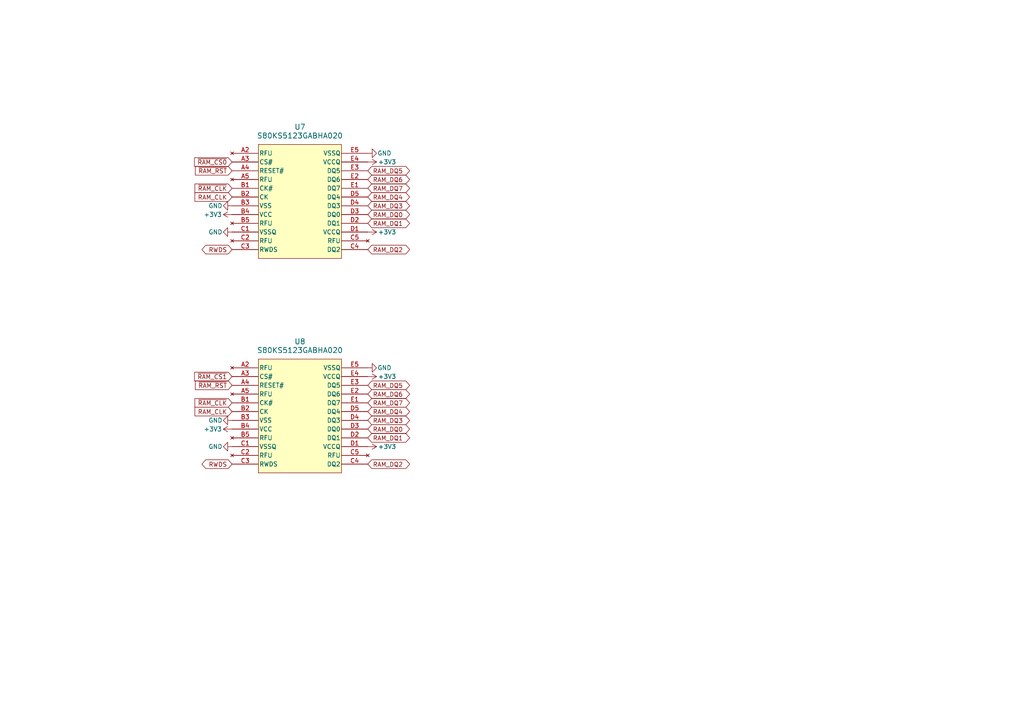
<source format=kicad_sch>
(kicad_sch (version 20231120) (generator "eeschema") (generator_version "8.0")
  (paper "A4")
  (lib_symbols
    (symbol "ESP32-PRO_Rev_B1:GND" (power) (pin_names (offset 0))
      (property "Value" "GND" (at 0 -3.81 0))
      (symbol "GND_0_1"
        (polyline (pts (xy 0 0) (xy 0 -1.27) (xy 1.27 -1.27) (xy 0 -2.54) (xy -1.27 -1.27) (xy 0 -1.27)))
      )
      (symbol "GND_1_1"
        (pin power_in line (at 0 0 270) (length 0) hide (name "GND") (number "1"))
      )
    )
    (symbol "Personal:S80KS5123GABHA020" (pin_names (offset 0.254))
      (property "Reference" "U" (at 22.86 10.16 0))
      (property "Value" "S80KS5123GABHA020" (at 22.86 7.62 0))
      (symbol "S80KS5123GABHA020_1_1"
        (rectangle (start 7.62 2.54) (end 31.75 -30.48) (fill (type background)))
        (pin no_connect line (at 0 0 0) (length 7.62) (name "RFU") (number "A2"))
        (pin input line (at 0 -2.54 0) (length 7.62) (name "CS#") (number "A3"))
        (pin input line (at 0 -5.08 0) (length 7.62) (name "RESET#") (number "A4"))
        (pin no_connect line (at 0 -7.62 0) (length 7.62) (name "RFU") (number "A5"))
        (pin input line (at 0 -10.16 0) (length 7.62) (name "CK#") (number "B1"))
        (pin input line (at 0 -12.7 0) (length 7.62) (name "CK") (number "B2"))
        (pin power_out line (at 0 -15.24 0) (length 7.62) (name "VSS") (number "B3"))
        (pin power_in line (at 0 -17.78 0) (length 7.62) (name "VCC") (number "B4"))
        (pin no_connect line (at 0 -20.32 0) (length 7.62) (name "RFU") (number "B5"))
        (pin power_out line (at 0 -22.86 0) (length 7.62) (name "VSSQ") (number "C1"))
        (pin no_connect line (at 0 -25.4 0) (length 7.62) (name "RFU") (number "C2"))
        (pin bidirectional line (at 0 -27.94 0) (length 7.62) (name "RWDS") (number "C3"))
        (pin bidirectional line (at 39.37 -27.94 180) (length 7.62) (name "DQ2") (number "C4"))
        (pin no_connect line (at 39.37 -25.4 180) (length 7.62) (name "RFU") (number "C5"))
        (pin power_in line (at 39.37 -22.86 180) (length 7.62) (name "VCCQ") (number "D1"))
        (pin bidirectional line (at 39.37 -20.32 180) (length 7.62) (name "DQ1") (number "D2"))
        (pin bidirectional line (at 39.37 -17.78 180) (length 7.62) (name "DQ0") (number "D3"))
        (pin bidirectional line (at 39.37 -15.24 180) (length 7.62) (name "DQ3") (number "D4"))
        (pin bidirectional line (at 39.37 -12.7 180) (length 7.62) (name "DQ4") (number "D5"))
        (pin bidirectional line (at 39.37 -10.16 180) (length 7.62) (name "DQ7") (number "E1"))
        (pin bidirectional line (at 39.37 -7.62 180) (length 7.62) (name "DQ6") (number "E2"))
        (pin bidirectional line (at 39.37 -5.08 180) (length 7.62) (name "DQ5") (number "E3"))
        (pin power_in line (at 39.37 -2.54 180) (length 7.62) (name "VCCQ") (number "E4"))
        (pin power_out line (at 39.37 0 180) (length 7.62) (name "VSSQ") (number "E5"))
      )
    )
    (symbol "power:+3V3" (power) (pin_names (offset 0))
      (property "Value" "+3V3" (at 0 3.556 0))
      (symbol "+3V3_0_1"
        (polyline (pts (xy -0.762 1.27) (xy 0 2.54)))
        (polyline (pts (xy 0 0) (xy 0 2.54)))
        (polyline (pts (xy 0 2.54) (xy 0.762 1.27)))
      )
      (symbol "+3V3_1_1"
        (pin power_in line (at 0 0 90) (length 0) hide (name "+3V3") (number "1"))
      )
    )
  )
  (global_label "~{RAM_CLK}" (shape input) (at 67.31 116.84 180) (property "Intersheetrefs" "${INTERSHEET_REFS}" (effects (hide yes))))
  (global_label "RAM_DQ5" (shape bidirectional) (at 106.68 49.53 0) (property "Intersheetrefs" "${INTERSHEET_REFS}" (effects (hide yes))))
  (global_label "RAM_DQ5" (shape bidirectional) (at 106.68 111.76 0) (property "Intersheetrefs" "${INTERSHEET_REFS}" (effects (hide yes))))
  (global_label "RAM_DQ7" (shape bidirectional) (at 106.68 116.84 0) (property "Intersheetrefs" "${INTERSHEET_REFS}" (effects (hide yes))))
  (global_label "RAM_DQ0" (shape bidirectional) (at 106.68 62.23 0) (property "Intersheetrefs" "${INTERSHEET_REFS}" (effects (hide yes))))
  (global_label "RAM_DQ2" (shape bidirectional) (at 106.68 72.39 0) (property "Intersheetrefs" "${INTERSHEET_REFS}" (effects (hide yes))))
  (global_label "RAM_CLK" (shape input) (at 67.31 57.15 180) (property "Intersheetrefs" "${INTERSHEET_REFS}" (effects (hide yes))))
  (global_label "RAM_DQ7" (shape bidirectional) (at 106.68 54.61 0) (property "Intersheetrefs" "${INTERSHEET_REFS}" (effects (hide yes))))
  (global_label "~{RAM_RST}" (shape input) (at 67.31 111.76 180) (property "Intersheetrefs" "${INTERSHEET_REFS}" (effects (hide yes))))
  (global_label "RAM_DQ0" (shape bidirectional) (at 106.68 124.46 0) (property "Intersheetrefs" "${INTERSHEET_REFS}" (effects (hide yes))))
  (global_label "RWDS" (shape bidirectional) (at 67.31 134.62 180) (property "Intersheetrefs" "${INTERSHEET_REFS}" (effects (hide yes))))
  (global_label "RAM_DQ3" (shape bidirectional) (at 106.68 121.92 0) (property "Intersheetrefs" "${INTERSHEET_REFS}" (effects (hide yes))))
  (global_label "RAM_DQ1" (shape bidirectional) (at 106.68 127 0) (property "Intersheetrefs" "${INTERSHEET_REFS}" (effects (hide yes))))
  (global_label "RAM_CLK" (shape input) (at 67.31 119.38 180) (property "Intersheetrefs" "${INTERSHEET_REFS}" (effects (hide yes))))
  (global_label "RAM_DQ2" (shape bidirectional) (at 106.68 134.62 0) (property "Intersheetrefs" "${INTERSHEET_REFS}" (effects (hide yes))))
  (global_label "RAM_DQ1" (shape bidirectional) (at 106.68 64.77 0) (property "Intersheetrefs" "${INTERSHEET_REFS}" (effects (hide yes))))
  (global_label "~{RAM_CS0}" (shape input) (at 67.31 46.99 180) (property "Intersheetrefs" "${INTERSHEET_REFS}" (effects (hide yes))))
  (global_label "RAM_DQ3" (shape bidirectional) (at 106.68 59.69 0) (property "Intersheetrefs" "${INTERSHEET_REFS}" (effects (hide yes))))
  (global_label "RAM_DQ6" (shape bidirectional) (at 106.68 114.3 0) (property "Intersheetrefs" "${INTERSHEET_REFS}" (effects (hide yes))))
  (global_label "RAM_DQ4" (shape bidirectional) (at 106.68 119.38 0) (property "Intersheetrefs" "${INTERSHEET_REFS}" (effects (hide yes))))
  (global_label "~{RAM_RST}" (shape input) (at 67.31 49.53 180) (property "Intersheetrefs" "${INTERSHEET_REFS}" (effects (hide yes))))
  (global_label "RAM_DQ4" (shape bidirectional) (at 106.68 57.15 0) (property "Intersheetrefs" "${INTERSHEET_REFS}" (effects (hide yes))))
  (global_label "RWDS" (shape bidirectional) (at 67.31 72.39 180) (property "Intersheetrefs" "${INTERSHEET_REFS}" (effects (hide yes))))
  (global_label "~{RAM_CS1}" (shape input) (at 67.31 109.22 180) (property "Intersheetrefs" "${INTERSHEET_REFS}" (effects (hide yes))))
  (global_label "RAM_DQ6" (shape bidirectional) (at 106.68 52.07 0) (property "Intersheetrefs" "${INTERSHEET_REFS}" (effects (hide yes))))
  (global_label "~{RAM_CLK}" (shape input) (at 67.31 54.61 180) (property "Intersheetrefs" "${INTERSHEET_REFS}" (effects (hide yes))))
  (symbol (lib_id "power:+3V3") (at 106.68 67.31 270) (unit 1)
    (property "Reference" "#PWR020" (effects (hide yes)))
    (property "Value" "+3V3" (at 112.268 67.31 90))
  )
  (symbol (lib_id "ESP32-PRO_Rev_B1:GND") (at 67.31 121.92 270) (mirror x) (unit 1)
    (property "Reference" "#PWR069" (effects (hide yes)))
    (property "Value" "GND" (at 62.484 121.92 90))
  )
  (symbol (lib_id "Personal:S80KS5123GABHA020") (at 67.31 106.68 0) (unit 1)
    (property "Reference" "U8" (at 86.995 99.06 0) (effects (font (size 1.524 1.524))))
    (property "Value" "S80KS5123GABHA020" (at 86.995 101.6 0) (effects (font (size 1.524 1.524))))
    (property "Footprint" "Sync_VT extras:PG-BGA-24-801" (effects (hide yes)))
    (property "Datasheet" "S80KS5123GABHA020" (effects (hide yes)))
  )
  (symbol (lib_id "Personal:S80KS5123GABHA020") (at 67.31 44.45 0) (unit 1)
    (property "Reference" "U7" (at 86.995 36.83 0) (effects (font (size 1.524 1.524))))
    (property "Value" "S80KS5123GABHA020" (at 86.995 39.37 0) (effects (font (size 1.524 1.524))))
    (property "Footprint" "Sync_VT extras:PG-BGA-24-801" (effects (hide yes)))
    (property "Datasheet" "S80KS5123GABHA020" (effects (hide yes)))
  )
  (symbol (lib_id "ESP32-PRO_Rev_B1:GND") (at 67.31 59.69 270) (mirror x) (unit 1)
    (property "Reference" "#PWR067" (effects (hide yes)))
    (property "Value" "GND" (at 62.484 59.69 90))
  )
  (symbol (lib_id "ESP32-PRO_Rev_B1:GND") (at 106.68 106.68 90) (unit 1)
    (property "Reference" "#PWR072" (effects (hide yes)))
    (property "Value" "GND" (at 111.506 106.68 90))
  )
  (symbol (lib_id "power:+3V3") (at 106.68 109.22 270) (unit 1)
    (property "Reference" "#PWR073" (effects (hide yes)))
    (property "Value" "+3V3" (at 112.268 109.22 90))
  )
  (symbol (lib_id "ESP32-PRO_Rev_B1:GND") (at 106.68 44.45 90) (unit 1)
    (property "Reference" "#PWR012" (effects (hide yes)))
    (property "Value" "GND" (at 111.506 44.45 90))
  )
  (symbol (lib_id "power:+3V3") (at 67.31 124.46 90) (mirror x) (unit 1)
    (property "Reference" "#PWR070" (effects (hide yes)))
    (property "Value" "+3V3" (at 61.722 124.46 90))
  )
  (symbol (lib_id "power:+3V3") (at 67.31 62.23 90) (mirror x) (unit 1)
    (property "Reference" "#PWR021" (effects (hide yes)))
    (property "Value" "+3V3" (at 61.722 62.23 90))
  )
  (symbol (lib_id "ESP32-PRO_Rev_B1:GND") (at 67.31 129.54 270) (mirror x) (unit 1)
    (property "Reference" "#PWR071" (effects (hide yes)))
    (property "Value" "GND" (at 62.484 129.54 90))
  )
  (symbol (lib_id "power:+3V3") (at 106.68 129.54 270) (unit 1)
    (property "Reference" "#PWR074" (effects (hide yes)))
    (property "Value" "+3V3" (at 112.268 129.54 90))
  )
  (symbol (lib_id "ESP32-PRO_Rev_B1:GND") (at 67.31 67.31 270) (mirror x) (unit 1)
    (property "Reference" "#PWR068" (effects (hide yes)))
    (property "Value" "GND" (at 62.484 67.31 90))
  )
  (symbol (lib_id "power:+3V3") (at 106.68 46.99 270) (unit 1)
    (property "Reference" "#PWR014" (effects (hide yes)))
    (property "Value" "+3V3" (at 112.268 46.99 90))
  )
)
</source>
